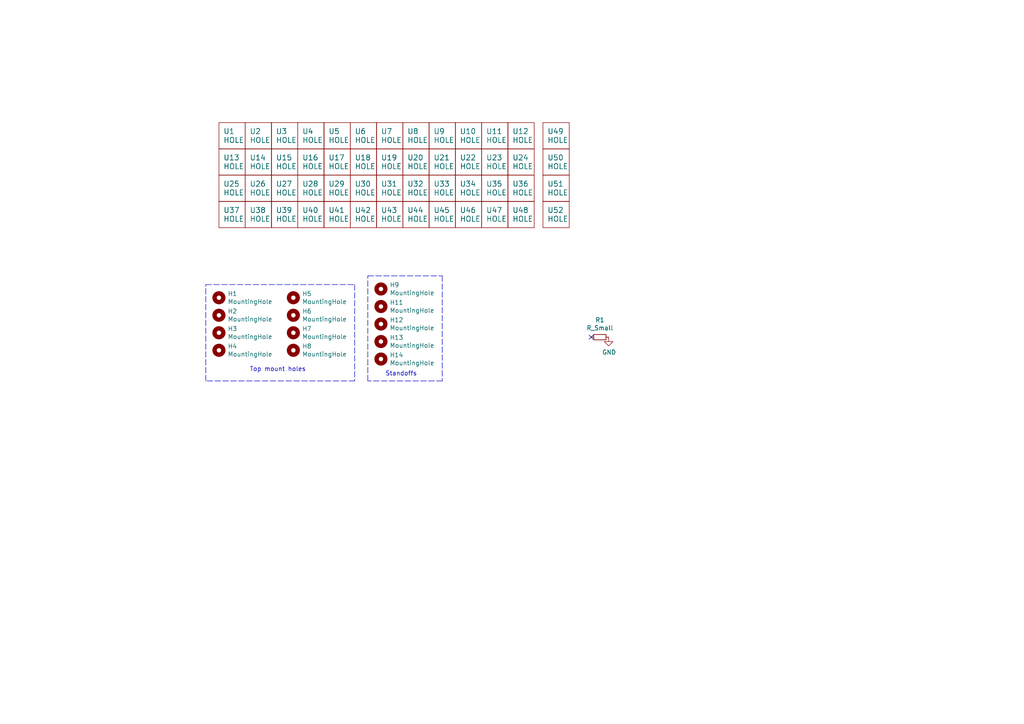
<source format=kicad_sch>
(kicad_sch (version 20211123) (generator eeschema)
  (paper "A4")
  (lib_symbols
    (symbol "Device:R_Small" (pin_numbers hide) (pin_names (offset 0.254) hide)
      (property "Reference" "R" (at 0.762 0.508 0))
      (property "Value" "R_Small" (at 0.762 -1.016 0))
      (symbol "R_Small_0_1"
        (rectangle (start -0.762 1.778) (end 0.762 -1.778) (stroke (width 0.2032)))
      )
      (symbol "R_Small_1_1"
        (pin passive line (at 0 2.54 270) (length 0.762) (name "~") (number "1"))
        (pin passive line (at 0 -2.54 90) (length 0.762) (name "~") (number "2"))
      )
    )
    (symbol "Mechanical:MountingHole" (pin_names (offset 1.016))
      (property "Reference" "H" (at 0 5.08 0))
      (property "Value" "MountingHole" (at 0 3.175 0))
      (symbol "MountingHole_0_1"
        (circle (center 0 0) (radius 1.27) (stroke (width 1.27)))
      )
    )
    (symbol "lets_split-cache:HOLE" (pin_names (offset 1.016))
      (property "Reference" "U" (at 0 5.08 0))
      (property "Value" "HOLE" (at 0 0 0))
      (symbol "HOLE_0_1"
        (rectangle (start -3.81 3.81) (end 3.81 -3.81))
      )
    )
    (symbol "power:GND" (power) (pin_names (offset 0))
      (property "Value" "GND" (at 0 -3.81 0))
      (symbol "GND_0_1"
        (polyline (pts (xy 0 0) (xy 0 -1.27) (xy 1.27 -1.27) (xy 0 -2.54) (xy -1.27 -1.27) (xy 0 -1.27)))
      )
      (symbol "GND_1_1"
        (pin power_in line (at 0 0 270) (length 0) hide (name "GND") (number "1"))
      )
    )
  )
  (no_connect (at 171.45 97.79))
  (polyline (pts (xy 128.27 80.01) (xy 128.27 110.49)))
  (polyline (pts (xy 102.87 110.49) (xy 59.69 110.49)))
  (polyline (pts (xy 106.68 110.49) (xy 106.68 80.01)))
  (polyline (pts (xy 106.68 80.01) (xy 128.27 80.01)))
  (polyline (pts (xy 102.87 82.55) (xy 102.87 110.49)))
  (polyline (pts (xy 128.27 110.49) (xy 106.68 110.49)))
  (polyline (pts (xy 59.69 110.49) (xy 59.69 82.55)))
  (polyline (pts (xy 59.69 82.55) (xy 102.87 82.55)))
  (text "Top mount holes" (at 72.39 107.95 0) (effects (font (size 1.27 1.27)) (justify left bottom)))
  (text "Standoffs" (at 111.76 109.22 0) (effects (font (size 1.27 1.27)) (justify left bottom)))
  (symbol (lib_id "lets_split-cache:HOLE") (at 67.31 39.37 0) (unit 1)
    (property "Reference" "U1" (at 64.77 38.1 0) (effects (font (size 1.524 1.524)) (justify left)))
    (property "Value" "HOLE" (at 64.77 40.64 0) (effects (font (size 1.524 1.524)) (justify left)))
    (property "Footprint" "Keeb_footprints:MX100_cutout_plated" (effects hide))
  )
  (symbol (lib_id "lets_split-cache:HOLE") (at 74.93 39.37 0) (unit 1)
    (property "Reference" "U2" (at 72.39 38.1 0) (effects (font (size 1.524 1.524)) (justify left)))
    (property "Value" "HOLE" (at 72.39 40.64 0) (effects (font (size 1.524 1.524)) (justify left)))
    (property "Footprint" "Keeb_footprints:MX100_cutout_plated" (effects hide))
  )
  (symbol (lib_id "lets_split-cache:HOLE") (at 82.55 39.37 0) (unit 1)
    (property "Reference" "U3" (at 80.01 38.1 0) (effects (font (size 1.524 1.524)) (justify left)))
    (property "Value" "HOLE" (at 80.01 40.64 0) (effects (font (size 1.524 1.524)) (justify left)))
    (property "Footprint" "Keeb_footprints:MX100_cutout_plated" (effects hide))
  )
  (symbol (lib_id "lets_split-cache:HOLE") (at 90.17 39.37 0) (unit 1)
    (property "Reference" "U4" (at 87.63 38.1 0) (effects (font (size 1.524 1.524)) (justify left)))
    (property "Value" "HOLE" (at 87.63 40.64 0) (effects (font (size 1.524 1.524)) (justify left)))
    (property "Footprint" "Keeb_footprints:MX100_cutout_plated" (effects hide))
  )
  (symbol (lib_id "lets_split-cache:HOLE") (at 67.31 46.99 0) (unit 1)
    (property "Reference" "U13" (at 64.77 45.72 0) (effects (font (size 1.524 1.524)) (justify left)))
    (property "Value" "HOLE" (at 64.77 48.26 0) (effects (font (size 1.524 1.524)) (justify left)))
    (property "Footprint" "Keeb_footprints:MX100_cutout_plated" (effects hide))
  )
  (symbol (lib_id "lets_split-cache:HOLE") (at 74.93 46.99 0) (unit 1)
    (property "Reference" "U14" (at 72.39 45.72 0) (effects (font (size 1.524 1.524)) (justify left)))
    (property "Value" "HOLE" (at 72.39 48.26 0) (effects (font (size 1.524 1.524)) (justify left)))
    (property "Footprint" "Keeb_footprints:MX100_cutout_plated" (effects hide))
  )
  (symbol (lib_id "lets_split-cache:HOLE") (at 82.55 46.99 0) (unit 1)
    (property "Reference" "U15" (at 80.01 45.72 0) (effects (font (size 1.524 1.524)) (justify left)))
    (property "Value" "HOLE" (at 80.01 48.26 0) (effects (font (size 1.524 1.524)) (justify left)))
    (property "Footprint" "Keeb_footprints:MX100_cutout_plated" (effects hide))
  )
  (symbol (lib_id "lets_split-cache:HOLE") (at 90.17 46.99 0) (unit 1)
    (property "Reference" "U16" (at 87.63 45.72 0) (effects (font (size 1.524 1.524)) (justify left)))
    (property "Value" "HOLE" (at 87.63 48.26 0) (effects (font (size 1.524 1.524)) (justify left)))
    (property "Footprint" "Keeb_footprints:MX100_cutout_plated" (effects hide))
  )
  (symbol (lib_id "lets_split-cache:HOLE") (at 67.31 54.61 0) (unit 1)
    (property "Reference" "U25" (at 64.77 53.34 0) (effects (font (size 1.524 1.524)) (justify left)))
    (property "Value" "HOLE" (at 64.77 55.88 0) (effects (font (size 1.524 1.524)) (justify left)))
    (property "Footprint" "Keeb_footprints:MX100_cutout_plated" (effects hide))
  )
  (symbol (lib_id "lets_split-cache:HOLE") (at 74.93 54.61 0) (unit 1)
    (property "Reference" "U26" (at 72.39 53.34 0) (effects (font (size 1.524 1.524)) (justify left)))
    (property "Value" "HOLE" (at 72.39 55.88 0) (effects (font (size 1.524 1.524)) (justify left)))
    (property "Footprint" "Keeb_footprints:MX100_cutout_plated" (effects hide))
  )
  (symbol (lib_id "lets_split-cache:HOLE") (at 82.55 54.61 0) (unit 1)
    (property "Reference" "U27" (at 80.01 53.34 0) (effects (font (size 1.524 1.524)) (justify left)))
    (property "Value" "HOLE" (at 80.01 55.88 0) (effects (font (size 1.524 1.524)) (justify left)))
    (property "Footprint" "Keeb_footprints:MX100_cutout_plated" (effects hide))
  )
  (symbol (lib_id "lets_split-cache:HOLE") (at 90.17 54.61 0) (unit 1)
    (property "Reference" "U28" (at 87.63 53.34 0) (effects (font (size 1.524 1.524)) (justify left)))
    (property "Value" "HOLE" (at 87.63 55.88 0) (effects (font (size 1.524 1.524)) (justify left)))
    (property "Footprint" "Keeb_footprints:MX100_cutout_plated" (effects hide))
  )
  (symbol (lib_id "lets_split-cache:HOLE") (at 67.31 62.23 0) (unit 1)
    (property "Reference" "U37" (at 64.77 60.96 0) (effects (font (size 1.524 1.524)) (justify left)))
    (property "Value" "HOLE" (at 64.77 63.5 0) (effects (font (size 1.524 1.524)) (justify left)))
    (property "Footprint" "Keeb_footprints:MX100_cutout_plated" (effects hide))
  )
  (symbol (lib_id "lets_split-cache:HOLE") (at 74.93 62.23 0) (unit 1)
    (property "Reference" "U38" (at 72.39 60.96 0) (effects (font (size 1.524 1.524)) (justify left)))
    (property "Value" "HOLE" (at 72.39 63.5 0) (effects (font (size 1.524 1.524)) (justify left)))
    (property "Footprint" "Keeb_footprints:MX100_cutout_plated" (effects hide))
  )
  (symbol (lib_id "lets_split-cache:HOLE") (at 82.55 62.23 0) (unit 1)
    (property "Reference" "U39" (at 80.01 60.96 0) (effects (font (size 1.524 1.524)) (justify left)))
    (property "Value" "HOLE" (at 80.01 63.5 0) (effects (font (size 1.524 1.524)) (justify left)))
    (property "Footprint" "Keeb_footprints:MX100_cutout_plated" (effects hide))
  )
  (symbol (lib_id "lets_split-cache:HOLE") (at 90.17 62.23 0) (unit 1)
    (property "Reference" "U40" (at 87.63 60.96 0) (effects (font (size 1.524 1.524)) (justify left)))
    (property "Value" "HOLE" (at 87.63 63.5 0) (effects (font (size 1.524 1.524)) (justify left)))
    (property "Footprint" "Keeb_footprints:MX100_cutout_plated" (effects hide))
  )
  (symbol (lib_id "lets_split-cache:HOLE") (at 97.79 39.37 0) (unit 1)
    (property "Reference" "U5" (at 95.25 38.1 0) (effects (font (size 1.524 1.524)) (justify left)))
    (property "Value" "HOLE" (at 95.25 40.64 0) (effects (font (size 1.524 1.524)) (justify left)))
    (property "Footprint" "Keeb_footprints:MX100_cutout_plated" (effects hide))
  )
  (symbol (lib_id "lets_split-cache:HOLE") (at 105.41 39.37 0) (unit 1)
    (property "Reference" "U6" (at 102.87 38.1 0) (effects (font (size 1.524 1.524)) (justify left)))
    (property "Value" "HOLE" (at 102.87 40.64 0) (effects (font (size 1.524 1.524)) (justify left)))
    (property "Footprint" "Keeb_footprints:MX100_cutout_plated" (effects hide))
  )
  (symbol (lib_id "lets_split-cache:HOLE") (at 113.03 39.37 0) (unit 1)
    (property "Reference" "U7" (at 110.49 38.1 0) (effects (font (size 1.524 1.524)) (justify left)))
    (property "Value" "HOLE" (at 110.49 40.64 0) (effects (font (size 1.524 1.524)) (justify left)))
    (property "Footprint" "Keeb_footprints:MX100_cutout_plated" (effects hide))
  )
  (symbol (lib_id "lets_split-cache:HOLE") (at 120.65 39.37 0) (unit 1)
    (property "Reference" "U8" (at 118.11 38.1 0) (effects (font (size 1.524 1.524)) (justify left)))
    (property "Value" "HOLE" (at 118.11 40.64 0) (effects (font (size 1.524 1.524)) (justify left)))
    (property "Footprint" "Keeb_footprints:MX100_cutout_plated" (effects hide))
  )
  (symbol (lib_id "lets_split-cache:HOLE") (at 97.79 46.99 0) (unit 1)
    (property "Reference" "U17" (at 95.25 45.72 0) (effects (font (size 1.524 1.524)) (justify left)))
    (property "Value" "HOLE" (at 95.25 48.26 0) (effects (font (size 1.524 1.524)) (justify left)))
    (property "Footprint" "Keeb_footprints:MX100_cutout_plated" (effects hide))
  )
  (symbol (lib_id "lets_split-cache:HOLE") (at 105.41 46.99 0) (unit 1)
    (property "Reference" "U18" (at 102.87 45.72 0) (effects (font (size 1.524 1.524)) (justify left)))
    (property "Value" "HOLE" (at 102.87 48.26 0) (effects (font (size 1.524 1.524)) (justify left)))
    (property "Footprint" "Keeb_footprints:MX100_cutout_plated" (effects hide))
  )
  (symbol (lib_id "lets_split-cache:HOLE") (at 113.03 46.99 0) (unit 1)
    (property "Reference" "U19" (at 110.49 45.72 0) (effects (font (size 1.524 1.524)) (justify left)))
    (property "Value" "HOLE" (at 110.49 48.26 0) (effects (font (size 1.524 1.524)) (justify left)))
    (property "Footprint" "Keeb_footprints:MX100_cutout_plated" (effects hide))
  )
  (symbol (lib_id "lets_split-cache:HOLE") (at 120.65 46.99 0) (unit 1)
    (property "Reference" "U20" (at 118.11 45.72 0) (effects (font (size 1.524 1.524)) (justify left)))
    (property "Value" "HOLE" (at 118.11 48.26 0) (effects (font (size 1.524 1.524)) (justify left)))
    (property "Footprint" "Keeb_footprints:MX100_cutout_plated" (effects hide))
  )
  (symbol (lib_id "lets_split-cache:HOLE") (at 97.79 54.61 0) (unit 1)
    (property "Reference" "U29" (at 95.25 53.34 0) (effects (font (size 1.524 1.524)) (justify left)))
    (property "Value" "HOLE" (at 95.25 55.88 0) (effects (font (size 1.524 1.524)) (justify left)))
    (property "Footprint" "Keeb_footprints:MX100_cutout_plated" (effects hide))
  )
  (symbol (lib_id "lets_split-cache:HOLE") (at 105.41 54.61 0) (unit 1)
    (property "Reference" "U30" (at 102.87 53.34 0) (effects (font (size 1.524 1.524)) (justify left)))
    (property "Value" "HOLE" (at 102.87 55.88 0) (effects (font (size 1.524 1.524)) (justify left)))
    (property "Footprint" "Keeb_footprints:MX100_cutout_plated" (effects hide))
  )
  (symbol (lib_id "lets_split-cache:HOLE") (at 113.03 54.61 0) (unit 1)
    (property "Reference" "U31" (at 110.49 53.34 0) (effects (font (size 1.524 1.524)) (justify left)))
    (property "Value" "HOLE" (at 110.49 55.88 0) (effects (font (size 1.524 1.524)) (justify left)))
    (property "Footprint" "Keeb_footprints:MX100_cutout_plated" (effects hide))
  )
  (symbol (lib_id "lets_split-cache:HOLE") (at 120.65 54.61 0) (unit 1)
    (property "Reference" "U32" (at 118.11 53.34 0) (effects (font (size 1.524 1.524)) (justify left)))
    (property "Value" "HOLE" (at 118.11 55.88 0) (effects (font (size 1.524 1.524)) (justify left)))
    (property "Footprint" "Keeb_footprints:MX100_cutout_plated" (effects hide))
  )
  (symbol (lib_id "lets_split-cache:HOLE") (at 97.79 62.23 0) (unit 1)
    (property "Reference" "U41" (at 95.25 60.96 0) (effects (font (size 1.524 1.524)) (justify left)))
    (property "Value" "HOLE" (at 95.25 63.5 0) (effects (font (size 1.524 1.524)) (justify left)))
    (property "Footprint" "Keeb_footprints:MX100_cutout_plated" (effects hide))
  )
  (symbol (lib_id "lets_split-cache:HOLE") (at 105.41 62.23 0) (unit 1)
    (property "Reference" "U42" (at 102.87 60.96 0) (effects (font (size 1.524 1.524)) (justify left)))
    (property "Value" "HOLE" (at 102.87 63.5 0) (effects (font (size 1.524 1.524)) (justify left)))
    (property "Footprint" "Keeb_footprints:MX100_cutout_plated" (effects hide))
  )
  (symbol (lib_id "lets_split-cache:HOLE") (at 113.03 62.23 0) (unit 1)
    (property "Reference" "U43" (at 110.49 60.96 0) (effects (font (size 1.524 1.524)) (justify left)))
    (property "Value" "HOLE" (at 110.49 63.5 0) (effects (font (size 1.524 1.524)) (justify left)))
    (property "Footprint" "Keeb_footprints:MX100_cutout_plated" (effects hide))
  )
  (symbol (lib_id "lets_split-cache:HOLE") (at 120.65 62.23 0) (unit 1)
    (property "Reference" "U44" (at 118.11 60.96 0) (effects (font (size 1.524 1.524)) (justify left)))
    (property "Value" "HOLE" (at 118.11 63.5 0) (effects (font (size 1.524 1.524)) (justify left)))
    (property "Footprint" "Keeb_footprints:MX100_cutout_plated" (effects hide))
  )
  (symbol (lib_id "lets_split-cache:HOLE") (at 128.27 39.37 0) (unit 1)
    (property "Reference" "U9" (at 125.73 38.1 0) (effects (font (size 1.524 1.524)) (justify left)))
    (property "Value" "HOLE" (at 125.73 40.64 0) (effects (font (size 1.524 1.524)) (justify left)))
    (property "Footprint" "Keeb_footprints:MX100_cutout_plated" (effects hide))
  )
  (symbol (lib_id "lets_split-cache:HOLE") (at 135.89 39.37 0) (unit 1)
    (property "Reference" "U10" (at 133.35 38.1 0) (effects (font (size 1.524 1.524)) (justify left)))
    (property "Value" "HOLE" (at 133.35 40.64 0) (effects (font (size 1.524 1.524)) (justify left)))
    (property "Footprint" "Keeb_footprints:MX100_cutout_plated" (effects hide))
  )
  (symbol (lib_id "lets_split-cache:HOLE") (at 143.51 39.37 0) (unit 1)
    (property "Reference" "U11" (at 140.97 38.1 0) (effects (font (size 1.524 1.524)) (justify left)))
    (property "Value" "HOLE" (at 140.97 40.64 0) (effects (font (size 1.524 1.524)) (justify left)))
    (property "Footprint" "Keeb_footprints:MX100_cutout_plated" (effects hide))
  )
  (symbol (lib_id "lets_split-cache:HOLE") (at 151.13 39.37 0) (unit 1)
    (property "Reference" "U12" (at 148.59 38.1 0) (effects (font (size 1.524 1.524)) (justify left)))
    (property "Value" "HOLE" (at 148.59 40.64 0) (effects (font (size 1.524 1.524)) (justify left)))
    (property "Footprint" "Keeb_footprints:MX100_cutout_plated" (effects hide))
  )
  (symbol (lib_id "lets_split-cache:HOLE") (at 128.27 46.99 0) (unit 1)
    (property "Reference" "U21" (at 125.73 45.72 0) (effects (font (size 1.524 1.524)) (justify left)))
    (property "Value" "HOLE" (at 125.73 48.26 0) (effects (font (size 1.524 1.524)) (justify left)))
    (property "Footprint" "Keeb_footprints:MX100_cutout_plated" (effects hide))
  )
  (symbol (lib_id "lets_split-cache:HOLE") (at 135.89 46.99 0) (unit 1)
    (property "Reference" "U22" (at 133.35 45.72 0) (effects (font (size 1.524 1.524)) (justify left)))
    (property "Value" "HOLE" (at 133.35 48.26 0) (effects (font (size 1.524 1.524)) (justify left)))
    (property "Footprint" "Keeb_footprints:MX100_cutout_plated" (effects hide))
  )
  (symbol (lib_id "lets_split-cache:HOLE") (at 143.51 46.99 0) (unit 1)
    (property "Reference" "U23" (at 140.97 45.72 0) (effects (font (size 1.524 1.524)) (justify left)))
    (property "Value" "HOLE" (at 140.97 48.26 0) (effects (font (size 1.524 1.524)) (justify left)))
    (property "Footprint" "Keeb_footprints:MX100_cutout_plated" (effects hide))
  )
  (symbol (lib_id "lets_split-cache:HOLE") (at 151.13 46.99 0) (unit 1)
    (property "Reference" "U24" (at 148.59 45.72 0) (effects (font (size 1.524 1.524)) (justify left)))
    (property "Value" "HOLE" (at 148.59 48.26 0) (effects (font (size 1.524 1.524)) (justify left)))
    (property "Footprint" "Keeb_footprints:MX100_cutout_plated" (effects hide))
  )
  (symbol (lib_id "lets_split-cache:HOLE") (at 128.27 54.61 0) (unit 1)
    (property "Reference" "U33" (at 125.73 53.34 0) (effects (font (size 1.524 1.524)) (justify left)))
    (property "Value" "HOLE" (at 125.73 55.88 0) (effects (font (size 1.524 1.524)) (justify left)))
    (property "Footprint" "Keeb_footprints:MX100_cutout_plated" (effects hide))
  )
  (symbol (lib_id "lets_split-cache:HOLE") (at 135.89 54.61 0) (unit 1)
    (property "Reference" "U34" (at 133.35 53.34 0) (effects (font (size 1.524 1.524)) (justify left)))
    (property "Value" "HOLE" (at 133.35 55.88 0) (effects (font (size 1.524 1.524)) (justify left)))
    (property "Footprint" "Keeb_footprints:MX100_cutout_plated" (effects hide))
  )
  (symbol (lib_id "lets_split-cache:HOLE") (at 143.51 54.61 0) (unit 1)
    (property "Reference" "U35" (at 140.97 53.34 0) (effects (font (size 1.524 1.524)) (justify left)))
    (property "Value" "HOLE" (at 140.97 55.88 0) (effects (font (size 1.524 1.524)) (justify left)))
    (property "Footprint" "Keeb_footprints:MX100_cutout_plated" (effects hide))
  )
  (symbol (lib_id "lets_split-cache:HOLE") (at 151.13 54.61 0) (unit 1)
    (property "Reference" "U36" (at 148.59 53.34 0) (effects (font (size 1.524 1.524)) (justify left)))
    (property "Value" "HOLE" (at 148.59 55.88 0) (effects (font (size 1.524 1.524)) (justify left)))
    (property "Footprint" "Keeb_footprints:MX100_cutout_plated" (effects hide))
  )
  (symbol (lib_id "lets_split-cache:HOLE") (at 128.27 62.23 0) (unit 1)
    (property "Reference" "U45" (at 125.73 60.96 0) (effects (font (size 1.524 1.524)) (justify left)))
    (property "Value" "HOLE" (at 125.73 63.5 0) (effects (font (size 1.524 1.524)) (justify left)))
    (property "Footprint" "Keeb_footprints:MX100_cutout_plated" (effects hide))
  )
  (symbol (lib_id "lets_split-cache:HOLE") (at 135.89 62.23 0) (unit 1)
    (property "Reference" "U46" (at 133.35 60.96 0) (effects (font (size 1.524 1.524)) (justify left)))
    (property "Value" "HOLE" (at 133.35 63.5 0) (effects (font (size 1.524 1.524)) (justify left)))
    (property "Footprint" "Keeb_footprints:MX100_cutout_plated" (effects hide))
  )
  (symbol (lib_id "lets_split-cache:HOLE") (at 143.51 62.23 0) (unit 1)
    (property "Reference" "U47" (at 140.97 60.96 0) (effects (font (size 1.524 1.524)) (justify left)))
    (property "Value" "HOLE" (at 140.97 63.5 0) (effects (font (size 1.524 1.524)) (justify left)))
    (property "Footprint" "Keeb_footprints:MX100_cutout_plated" (effects hide))
  )
  (symbol (lib_id "lets_split-cache:HOLE") (at 151.13 62.23 0) (unit 1)
    (property "Reference" "U48" (at 148.59 60.96 0) (effects (font (size 1.524 1.524)) (justify left)))
    (property "Value" "HOLE" (at 148.59 63.5 0) (effects (font (size 1.524 1.524)) (justify left)))
    (property "Footprint" "Keeb_footprints:MX100_cutout_plated" (effects hide))
  )
  (symbol (lib_id "lets_split-cache:HOLE") (at 161.29 39.37 0) (unit 1)
    (property "Reference" "U49" (at 158.75 38.1 0) (effects (font (size 1.524 1.524)) (justify left)))
    (property "Value" "HOLE" (at 158.75 40.64 0) (effects (font (size 1.524 1.524)) (justify left)))
    (property "Footprint" "Keeb_footprints:EC11_cutout_plated" (effects hide))
  )
  (symbol (lib_id "lets_split-cache:HOLE") (at 161.29 46.99 0) (unit 1)
    (property "Reference" "U50" (at 158.75 45.72 0) (effects (font (size 1.524 1.524)) (justify left)))
    (property "Value" "HOLE" (at 158.75 48.26 0) (effects (font (size 1.524 1.524)) (justify left)))
    (property "Footprint" "Keeb_footprints:MX100_cutout_plated" (effects hide))
  )
  (symbol (lib_id "lets_split-cache:HOLE") (at 161.29 54.61 0) (unit 1)
    (property "Reference" "U51" (at 158.75 53.34 0) (effects (font (size 1.524 1.524)) (justify left)))
    (property "Value" "HOLE" (at 158.75 55.88 0) (effects (font (size 1.524 1.524)) (justify left)))
    (property "Footprint" "Keeb_footprints:MX100_cutout_plated" (effects hide))
  )
  (symbol (lib_id "lets_split-cache:HOLE") (at 161.29 62.23 0) (unit 1)
    (property "Reference" "U52" (at 158.75 60.96 0) (effects (font (size 1.524 1.524)) (justify left)))
    (property "Value" "HOLE" (at 158.75 63.5 0) (effects (font (size 1.524 1.524)) (justify left)))
    (property "Footprint" "Keeb_footprints:MX100_cutout_plated" (effects hide))
  )
  (symbol (lib_id "power:GND") (at 176.53 97.79 0) (unit 1)
    (property "Reference" "#PWR0101" (effects hide))
    (property "Value" "GND" (at 176.657 102.1842 0))
  )
  (symbol (lib_id "Mechanical:MountingHole") (at 85.09 96.52 0) (unit 1)
    (property "Reference" "H7" (at 87.63 95.3516 0) (effects (justify left)))
    (property "Value" "MountingHole" (at 87.63 97.663 0) (effects (justify left)))
    (property "Footprint" "MountingHole:MountingHole_2.2mm_M2_DIN965_Pad" (effects hide))
  )
  (symbol (lib_id "Mechanical:MountingHole") (at 85.09 101.6 0) (unit 1)
    (property "Reference" "H8" (at 87.63 100.4316 0) (effects (justify left)))
    (property "Value" "MountingHole" (at 87.63 102.743 0) (effects (justify left)))
    (property "Footprint" "MountingHole:MountingHole_2.2mm_M2_DIN965_Pad" (effects hide))
  )
  (symbol (lib_id "Mechanical:MountingHole") (at 63.5 86.36 0) (unit 1)
    (property "Reference" "H1" (at 66.04 85.1916 0) (effects (justify left)))
    (property "Value" "MountingHole" (at 66.04 87.503 0) (effects (justify left)))
    (property "Footprint" "MountingHole:MountingHole_2.2mm_M2_DIN965_Pad" (effects hide))
  )
  (symbol (lib_id "Mechanical:MountingHole") (at 63.5 91.44 0) (unit 1)
    (property "Reference" "H2" (at 66.04 90.2716 0) (effects (justify left)))
    (property "Value" "MountingHole" (at 66.04 92.583 0) (effects (justify left)))
    (property "Footprint" "MountingHole:MountingHole_2.2mm_M2_DIN965_Pad" (effects hide))
  )
  (symbol (lib_id "Mechanical:MountingHole") (at 63.5 96.52 0) (unit 1)
    (property "Reference" "H3" (at 66.04 95.3516 0) (effects (justify left)))
    (property "Value" "MountingHole" (at 66.04 97.663 0) (effects (justify left)))
    (property "Footprint" "MountingHole:MountingHole_2.2mm_M2_DIN965_Pad" (effects hide))
  )
  (symbol (lib_id "Mechanical:MountingHole") (at 63.5 101.6 0) (unit 1)
    (property "Reference" "H4" (at 66.04 100.4316 0) (effects (justify left)))
    (property "Value" "MountingHole" (at 66.04 102.743 0) (effects (justify left)))
    (property "Footprint" "MountingHole:MountingHole_2.2mm_M2_DIN965_Pad" (effects hide))
  )
  (symbol (lib_id "Mechanical:MountingHole") (at 85.09 86.36 0) (unit 1)
    (property "Reference" "H5" (at 87.63 85.1916 0) (effects (justify left)))
    (property "Value" "MountingHole" (at 87.63 87.503 0) (effects (justify left)))
    (property "Footprint" "MountingHole:MountingHole_2.2mm_M2_DIN965_Pad" (effects hide))
  )
  (symbol (lib_id "Mechanical:MountingHole") (at 85.09 91.44 0) (unit 1)
    (property "Reference" "H6" (at 87.63 90.2716 0) (effects (justify left)))
    (property "Value" "MountingHole" (at 87.63 92.583 0) (effects (justify left)))
    (property "Footprint" "MountingHole:MountingHole_2.2mm_M2_DIN965_Pad" (effects hide))
  )
  (symbol (lib_id "Device:R_Small") (at 173.99 97.79 270) (unit 1)
    (property "Reference" "R1" (at 173.99 92.8116 90))
    (property "Value" "R_Small" (at 173.99 95.123 90))
    (property "Footprint" "Resistor_SMD:R_0603_1608Metric_Pad1.05x0.95mm_HandSolder" (effects hide))
  )
  (symbol (lib_id "Mechanical:MountingHole") (at 110.49 93.98 0) (unit 1)
    (property "Reference" "H12" (at 113.03 92.8116 0) (effects (justify left)))
    (property "Value" "MountingHole" (at 113.03 95.123 0) (effects (justify left)))
    (property "Footprint" "MountingHole:MountingHole_2.2mm_M2" (effects hide))
  )
  (symbol (lib_id "Mechanical:MountingHole") (at 110.49 99.06 0) (unit 1)
    (property "Reference" "H13" (at 113.03 97.8916 0) (effects (justify left)))
    (property "Value" "MountingHole" (at 113.03 100.203 0) (effects (justify left)))
    (property "Footprint" "MountingHole:MountingHole_2.2mm_M2" (effects hide))
  )
  (symbol (lib_id "Mechanical:MountingHole") (at 110.49 88.9 0) (unit 1)
    (property "Reference" "H11" (at 113.03 87.7316 0) (effects (justify left)))
    (property "Value" "MountingHole" (at 113.03 90.043 0) (effects (justify left)))
    (property "Footprint" "MountingHole:MountingHole_2.2mm_M2" (effects hide))
  )
  (symbol (lib_id "Mechanical:MountingHole") (at 110.49 104.14 0) (unit 1)
    (property "Reference" "H14" (at 113.03 102.9716 0) (effects (justify left)))
    (property "Value" "MountingHole" (at 113.03 105.283 0) (effects (justify left)))
    (property "Footprint" "MountingHole:MountingHole_2.2mm_M2" (effects hide))
  )
  (symbol (lib_id "Mechanical:MountingHole") (at 110.49 83.82 0) (unit 1)
    (property "Reference" "H9" (at 113.03 82.6516 0) (effects (justify left)))
    (property "Value" "MountingHole" (at 113.03 84.963 0) (effects (justify left)))
    (property "Footprint" "MountingHole:MountingHole_2.2mm_M2" (effects hide))
  )
)
</source>
